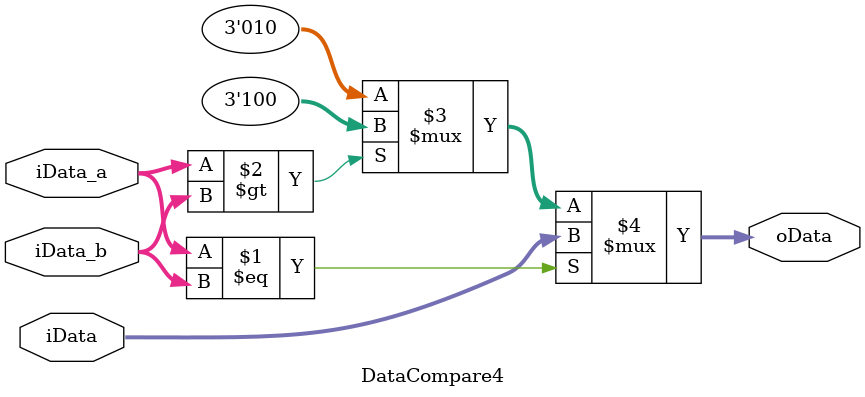
<source format=v>
`timescale 1ns / 1ps


module DataCompare4(
    input [3:0] iData_a,
    input [3:0] iData_b,
    input [2:0] iData,
    output [2:0] oData
    );
    
    assign oData = iData_a==iData_b? 
    iData:iData_a>iData_b?
    3'b100:3'b010;
    // reg [2:0]oData_tmp;
    // always @(*) begin
    //     if(iData_a==iData_b) begin
    //         oData=iData;        end 
    //     else if(iData_a>iData_b)
    //         oData_tmp=3'b100;
    //     else
    //         oData_tmp=3'b010;
    // end
endmodule

</source>
